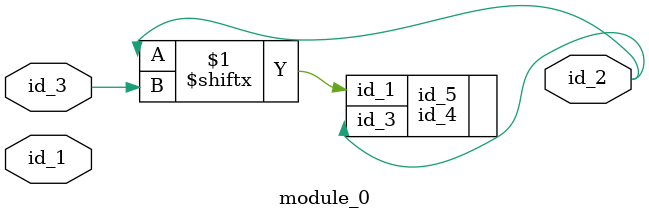
<source format=v>
module module_0 (
    id_1,
    id_2,
    id_3
);
  input id_3;
  output id_2;
  input id_1;
  id_4 id_5 (
      .id_1(id_3),
      .id_1(id_2[id_3]),
      .id_3(id_2)
  );
  id_6 id_7 (
      .id_3(id_1),
      .id_2(id_5)
  );
endmodule

</source>
